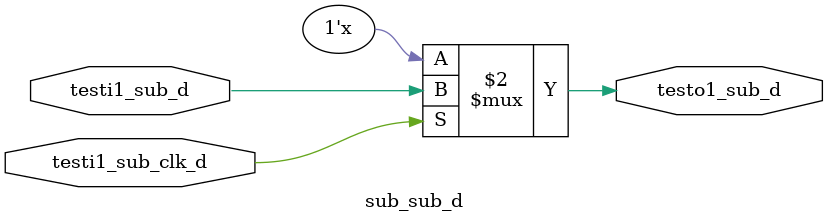
<source format=v>
module sub_sub_d (/*AUTOARG*/
   // Outputs
   testo1_sub_d,
   // Inputs
   testi1_sub_d, testi1_sub_clk_d
   );

   input testi1_sub_d;
   input testi1_sub_clk_d;
   output testo1_sub_d;

   always @*
     if (testi1_sub_clk_d) testo1_sub_d <= testi1_sub_d;

endmodule

</source>
